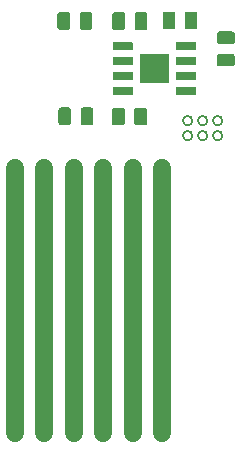
<source format=gts>
G04 #@! TF.GenerationSoftware,KiCad,Pcbnew,(5.1.0)-1*
G04 #@! TF.CreationDate,2019-11-14T11:54:30+01:00*
G04 #@! TF.ProjectId,perpendicular_pcb,70657270-656e-4646-9963-756c61725f70,rev?*
G04 #@! TF.SameCoordinates,Original*
G04 #@! TF.FileFunction,Soldermask,Top*
G04 #@! TF.FilePolarity,Negative*
%FSLAX46Y46*%
G04 Gerber Fmt 4.6, Leading zero omitted, Abs format (unit mm)*
G04 Created by KiCad (PCBNEW (5.1.0)-1) date 2019-11-14 11:54:30*
%MOMM*%
%LPD*%
G04 APERTURE LIST*
%ADD10C,0.200000*%
%ADD11C,1.500000*%
%ADD12C,0.100000*%
G04 APERTURE END LIST*
D10*
X159085000Y-93290000D02*
G75*
G03X159085000Y-93290000I-400000J0D01*
G01*
X157815000Y-93290000D02*
G75*
G03X157815000Y-93290000I-400000J0D01*
G01*
X156545000Y-93290000D02*
G75*
G03X156545000Y-93290000I-400000J0D01*
G01*
X156545000Y-92020000D02*
G75*
G03X156545000Y-92020000I-400000J0D01*
G01*
X157815000Y-92020000D02*
G75*
G03X157815000Y-92020000I-400000J0D01*
G01*
X159085000Y-92020000D02*
G75*
G03X159085000Y-92020000I-400000J0D01*
G01*
D11*
X154000000Y-96000000D02*
X154000000Y-118500000D01*
X151500000Y-96000000D02*
X151500000Y-118500000D01*
X149000000Y-96000000D02*
X149000000Y-118500000D01*
X146500000Y-96000000D02*
X146500000Y-118500000D01*
X144000000Y-96000000D02*
X144000000Y-118500000D01*
X141500000Y-96000000D02*
X141500000Y-118500000D01*
D12*
G36*
X152536968Y-90923565D02*
G01*
X152575638Y-90935296D01*
X152611277Y-90954346D01*
X152642517Y-90979983D01*
X152668154Y-91011223D01*
X152687204Y-91046862D01*
X152698935Y-91085532D01*
X152703500Y-91131888D01*
X152703500Y-92208112D01*
X152698935Y-92254468D01*
X152687204Y-92293138D01*
X152668154Y-92328777D01*
X152642517Y-92360017D01*
X152611277Y-92385654D01*
X152575638Y-92404704D01*
X152536968Y-92416435D01*
X152490612Y-92421000D01*
X151839388Y-92421000D01*
X151793032Y-92416435D01*
X151754362Y-92404704D01*
X151718723Y-92385654D01*
X151687483Y-92360017D01*
X151661846Y-92328777D01*
X151642796Y-92293138D01*
X151631065Y-92254468D01*
X151626500Y-92208112D01*
X151626500Y-91131888D01*
X151631065Y-91085532D01*
X151642796Y-91046862D01*
X151661846Y-91011223D01*
X151687483Y-90979983D01*
X151718723Y-90954346D01*
X151754362Y-90935296D01*
X151793032Y-90923565D01*
X151839388Y-90919000D01*
X152490612Y-90919000D01*
X152536968Y-90923565D01*
X152536968Y-90923565D01*
G37*
G36*
X150661968Y-90923565D02*
G01*
X150700638Y-90935296D01*
X150736277Y-90954346D01*
X150767517Y-90979983D01*
X150793154Y-91011223D01*
X150812204Y-91046862D01*
X150823935Y-91085532D01*
X150828500Y-91131888D01*
X150828500Y-92208112D01*
X150823935Y-92254468D01*
X150812204Y-92293138D01*
X150793154Y-92328777D01*
X150767517Y-92360017D01*
X150736277Y-92385654D01*
X150700638Y-92404704D01*
X150661968Y-92416435D01*
X150615612Y-92421000D01*
X149964388Y-92421000D01*
X149918032Y-92416435D01*
X149879362Y-92404704D01*
X149843723Y-92385654D01*
X149812483Y-92360017D01*
X149786846Y-92328777D01*
X149767796Y-92293138D01*
X149756065Y-92254468D01*
X149751500Y-92208112D01*
X149751500Y-91131888D01*
X149756065Y-91085532D01*
X149767796Y-91046862D01*
X149786846Y-91011223D01*
X149812483Y-90979983D01*
X149843723Y-90954346D01*
X149879362Y-90935296D01*
X149918032Y-90923565D01*
X149964388Y-90919000D01*
X150615612Y-90919000D01*
X150661968Y-90923565D01*
X150661968Y-90923565D01*
G37*
G36*
X148001968Y-90913565D02*
G01*
X148040638Y-90925296D01*
X148076277Y-90944346D01*
X148107517Y-90969983D01*
X148133154Y-91001223D01*
X148152204Y-91036862D01*
X148163935Y-91075532D01*
X148168500Y-91121888D01*
X148168500Y-92198112D01*
X148163935Y-92244468D01*
X148152204Y-92283138D01*
X148133154Y-92318777D01*
X148107517Y-92350017D01*
X148076277Y-92375654D01*
X148040638Y-92394704D01*
X148001968Y-92406435D01*
X147955612Y-92411000D01*
X147304388Y-92411000D01*
X147258032Y-92406435D01*
X147219362Y-92394704D01*
X147183723Y-92375654D01*
X147152483Y-92350017D01*
X147126846Y-92318777D01*
X147107796Y-92283138D01*
X147096065Y-92244468D01*
X147091500Y-92198112D01*
X147091500Y-91121888D01*
X147096065Y-91075532D01*
X147107796Y-91036862D01*
X147126846Y-91001223D01*
X147152483Y-90969983D01*
X147183723Y-90944346D01*
X147219362Y-90925296D01*
X147258032Y-90913565D01*
X147304388Y-90909000D01*
X147955612Y-90909000D01*
X148001968Y-90913565D01*
X148001968Y-90913565D01*
G37*
G36*
X146126968Y-90913565D02*
G01*
X146165638Y-90925296D01*
X146201277Y-90944346D01*
X146232517Y-90969983D01*
X146258154Y-91001223D01*
X146277204Y-91036862D01*
X146288935Y-91075532D01*
X146293500Y-91121888D01*
X146293500Y-92198112D01*
X146288935Y-92244468D01*
X146277204Y-92283138D01*
X146258154Y-92318777D01*
X146232517Y-92350017D01*
X146201277Y-92375654D01*
X146165638Y-92394704D01*
X146126968Y-92406435D01*
X146080612Y-92411000D01*
X145429388Y-92411000D01*
X145383032Y-92406435D01*
X145344362Y-92394704D01*
X145308723Y-92375654D01*
X145277483Y-92350017D01*
X145251846Y-92318777D01*
X145232796Y-92283138D01*
X145221065Y-92244468D01*
X145216500Y-92198112D01*
X145216500Y-91121888D01*
X145221065Y-91075532D01*
X145232796Y-91036862D01*
X145251846Y-91001223D01*
X145277483Y-90969983D01*
X145308723Y-90944346D01*
X145344362Y-90925296D01*
X145383032Y-90913565D01*
X145429388Y-90909000D01*
X146080612Y-90909000D01*
X146126968Y-90913565D01*
X146126968Y-90913565D01*
G37*
G36*
X156855100Y-89827700D02*
G01*
X155152900Y-89827700D01*
X155152900Y-89192300D01*
X156855100Y-89192300D01*
X156855100Y-89827700D01*
X156855100Y-89827700D01*
G37*
G36*
X151521100Y-89827700D02*
G01*
X149818900Y-89827700D01*
X149818900Y-89192300D01*
X151521100Y-89192300D01*
X151521100Y-89827700D01*
X151521100Y-89827700D01*
G37*
G36*
X154531000Y-88799000D02*
G01*
X152143000Y-88799000D01*
X152143000Y-86411000D01*
X154531000Y-86411000D01*
X154531000Y-88799000D01*
X154531000Y-88799000D01*
G37*
G36*
X156855100Y-88557700D02*
G01*
X155152900Y-88557700D01*
X155152900Y-87922300D01*
X156855100Y-87922300D01*
X156855100Y-88557700D01*
X156855100Y-88557700D01*
G37*
G36*
X151521100Y-88557700D02*
G01*
X149818900Y-88557700D01*
X149818900Y-87922300D01*
X151521100Y-87922300D01*
X151521100Y-88557700D01*
X151521100Y-88557700D01*
G37*
G36*
X159964468Y-86353565D02*
G01*
X160003138Y-86365296D01*
X160038777Y-86384346D01*
X160070017Y-86409983D01*
X160095654Y-86441223D01*
X160114704Y-86476862D01*
X160126435Y-86515532D01*
X160131000Y-86561888D01*
X160131000Y-87213112D01*
X160126435Y-87259468D01*
X160114704Y-87298138D01*
X160095654Y-87333777D01*
X160070017Y-87365017D01*
X160038777Y-87390654D01*
X160003138Y-87409704D01*
X159964468Y-87421435D01*
X159918112Y-87426000D01*
X158841888Y-87426000D01*
X158795532Y-87421435D01*
X158756862Y-87409704D01*
X158721223Y-87390654D01*
X158689983Y-87365017D01*
X158664346Y-87333777D01*
X158645296Y-87298138D01*
X158633565Y-87259468D01*
X158629000Y-87213112D01*
X158629000Y-86561888D01*
X158633565Y-86515532D01*
X158645296Y-86476862D01*
X158664346Y-86441223D01*
X158689983Y-86409983D01*
X158721223Y-86384346D01*
X158756862Y-86365296D01*
X158795532Y-86353565D01*
X158841888Y-86349000D01*
X159918112Y-86349000D01*
X159964468Y-86353565D01*
X159964468Y-86353565D01*
G37*
G36*
X156855100Y-87287700D02*
G01*
X155152900Y-87287700D01*
X155152900Y-86652300D01*
X156855100Y-86652300D01*
X156855100Y-87287700D01*
X156855100Y-87287700D01*
G37*
G36*
X151521100Y-87287700D02*
G01*
X149818900Y-87287700D01*
X149818900Y-86652300D01*
X151521100Y-86652300D01*
X151521100Y-87287700D01*
X151521100Y-87287700D01*
G37*
G36*
X151443427Y-85384744D02*
G01*
X151461391Y-85390193D01*
X151477944Y-85399041D01*
X151492452Y-85410948D01*
X151504359Y-85425456D01*
X151513207Y-85442009D01*
X151518656Y-85459973D01*
X151521100Y-85484790D01*
X151521100Y-85915210D01*
X151518656Y-85940027D01*
X151513207Y-85957991D01*
X151504359Y-85974544D01*
X151492452Y-85989052D01*
X151477944Y-86000959D01*
X151461391Y-86009807D01*
X151443427Y-86015256D01*
X151418610Y-86017700D01*
X149921390Y-86017700D01*
X149896573Y-86015256D01*
X149878609Y-86009807D01*
X149862056Y-86000959D01*
X149847548Y-85989052D01*
X149835641Y-85974544D01*
X149826793Y-85957991D01*
X149821344Y-85940027D01*
X149818900Y-85915210D01*
X149818900Y-85484790D01*
X149821344Y-85459973D01*
X149826793Y-85442009D01*
X149835641Y-85425456D01*
X149847548Y-85410948D01*
X149862056Y-85399041D01*
X149878609Y-85390193D01*
X149896573Y-85384744D01*
X149921390Y-85382300D01*
X151418610Y-85382300D01*
X151443427Y-85384744D01*
X151443427Y-85384744D01*
G37*
G36*
X156855100Y-86017700D02*
G01*
X155152900Y-86017700D01*
X155152900Y-85382300D01*
X156855100Y-85382300D01*
X156855100Y-86017700D01*
X156855100Y-86017700D01*
G37*
G36*
X159964468Y-84478565D02*
G01*
X160003138Y-84490296D01*
X160038777Y-84509346D01*
X160070017Y-84534983D01*
X160095654Y-84566223D01*
X160114704Y-84601862D01*
X160126435Y-84640532D01*
X160131000Y-84686888D01*
X160131000Y-85338112D01*
X160126435Y-85384468D01*
X160114704Y-85423138D01*
X160095654Y-85458777D01*
X160070017Y-85490017D01*
X160038777Y-85515654D01*
X160003138Y-85534704D01*
X159964468Y-85546435D01*
X159918112Y-85551000D01*
X158841888Y-85551000D01*
X158795532Y-85546435D01*
X158756862Y-85534704D01*
X158721223Y-85515654D01*
X158689983Y-85490017D01*
X158664346Y-85458777D01*
X158645296Y-85423138D01*
X158633565Y-85384468D01*
X158629000Y-85338112D01*
X158629000Y-84686888D01*
X158633565Y-84640532D01*
X158645296Y-84601862D01*
X158664346Y-84566223D01*
X158689983Y-84534983D01*
X158721223Y-84509346D01*
X158756862Y-84490296D01*
X158795532Y-84478565D01*
X158841888Y-84474000D01*
X159918112Y-84474000D01*
X159964468Y-84478565D01*
X159964468Y-84478565D01*
G37*
G36*
X150686968Y-82853565D02*
G01*
X150725638Y-82865296D01*
X150761277Y-82884346D01*
X150792517Y-82909983D01*
X150818154Y-82941223D01*
X150837204Y-82976862D01*
X150848935Y-83015532D01*
X150853500Y-83061888D01*
X150853500Y-84138112D01*
X150848935Y-84184468D01*
X150837204Y-84223138D01*
X150818154Y-84258777D01*
X150792517Y-84290017D01*
X150761277Y-84315654D01*
X150725638Y-84334704D01*
X150686968Y-84346435D01*
X150640612Y-84351000D01*
X149989388Y-84351000D01*
X149943032Y-84346435D01*
X149904362Y-84334704D01*
X149868723Y-84315654D01*
X149837483Y-84290017D01*
X149811846Y-84258777D01*
X149792796Y-84223138D01*
X149781065Y-84184468D01*
X149776500Y-84138112D01*
X149776500Y-83061888D01*
X149781065Y-83015532D01*
X149792796Y-82976862D01*
X149811846Y-82941223D01*
X149837483Y-82909983D01*
X149868723Y-82884346D01*
X149904362Y-82865296D01*
X149943032Y-82853565D01*
X149989388Y-82849000D01*
X150640612Y-82849000D01*
X150686968Y-82853565D01*
X150686968Y-82853565D01*
G37*
G36*
X152561968Y-82853565D02*
G01*
X152600638Y-82865296D01*
X152636277Y-82884346D01*
X152667517Y-82909983D01*
X152693154Y-82941223D01*
X152712204Y-82976862D01*
X152723935Y-83015532D01*
X152728500Y-83061888D01*
X152728500Y-84138112D01*
X152723935Y-84184468D01*
X152712204Y-84223138D01*
X152693154Y-84258777D01*
X152667517Y-84290017D01*
X152636277Y-84315654D01*
X152600638Y-84334704D01*
X152561968Y-84346435D01*
X152515612Y-84351000D01*
X151864388Y-84351000D01*
X151818032Y-84346435D01*
X151779362Y-84334704D01*
X151743723Y-84315654D01*
X151712483Y-84290017D01*
X151686846Y-84258777D01*
X151667796Y-84223138D01*
X151656065Y-84184468D01*
X151651500Y-84138112D01*
X151651500Y-83061888D01*
X151656065Y-83015532D01*
X151667796Y-82976862D01*
X151686846Y-82941223D01*
X151712483Y-82909983D01*
X151743723Y-82884346D01*
X151779362Y-82865296D01*
X151818032Y-82853565D01*
X151864388Y-82849000D01*
X152515612Y-82849000D01*
X152561968Y-82853565D01*
X152561968Y-82853565D01*
G37*
G36*
X147911968Y-82823565D02*
G01*
X147950638Y-82835296D01*
X147986277Y-82854346D01*
X148017517Y-82879983D01*
X148043154Y-82911223D01*
X148062204Y-82946862D01*
X148073935Y-82985532D01*
X148078500Y-83031888D01*
X148078500Y-84108112D01*
X148073935Y-84154468D01*
X148062204Y-84193138D01*
X148043154Y-84228777D01*
X148017517Y-84260017D01*
X147986277Y-84285654D01*
X147950638Y-84304704D01*
X147911968Y-84316435D01*
X147865612Y-84321000D01*
X147214388Y-84321000D01*
X147168032Y-84316435D01*
X147129362Y-84304704D01*
X147093723Y-84285654D01*
X147062483Y-84260017D01*
X147036846Y-84228777D01*
X147017796Y-84193138D01*
X147006065Y-84154468D01*
X147001500Y-84108112D01*
X147001500Y-83031888D01*
X147006065Y-82985532D01*
X147017796Y-82946862D01*
X147036846Y-82911223D01*
X147062483Y-82879983D01*
X147093723Y-82854346D01*
X147129362Y-82835296D01*
X147168032Y-82823565D01*
X147214388Y-82819000D01*
X147865612Y-82819000D01*
X147911968Y-82823565D01*
X147911968Y-82823565D01*
G37*
G36*
X146036968Y-82823565D02*
G01*
X146075638Y-82835296D01*
X146111277Y-82854346D01*
X146142517Y-82879983D01*
X146168154Y-82911223D01*
X146187204Y-82946862D01*
X146198935Y-82985532D01*
X146203500Y-83031888D01*
X146203500Y-84108112D01*
X146198935Y-84154468D01*
X146187204Y-84193138D01*
X146168154Y-84228777D01*
X146142517Y-84260017D01*
X146111277Y-84285654D01*
X146075638Y-84304704D01*
X146036968Y-84316435D01*
X145990612Y-84321000D01*
X145339388Y-84321000D01*
X145293032Y-84316435D01*
X145254362Y-84304704D01*
X145218723Y-84285654D01*
X145187483Y-84260017D01*
X145161846Y-84228777D01*
X145142796Y-84193138D01*
X145131065Y-84154468D01*
X145126500Y-84108112D01*
X145126500Y-83031888D01*
X145131065Y-82985532D01*
X145142796Y-82946862D01*
X145161846Y-82911223D01*
X145187483Y-82879983D01*
X145218723Y-82854346D01*
X145254362Y-82835296D01*
X145293032Y-82823565D01*
X145339388Y-82819000D01*
X145990612Y-82819000D01*
X146036968Y-82823565D01*
X146036968Y-82823565D01*
G37*
G36*
X154941968Y-82793565D02*
G01*
X154980638Y-82805296D01*
X155016277Y-82824346D01*
X155047517Y-82849983D01*
X155073154Y-82881223D01*
X155092204Y-82916862D01*
X155103935Y-82955532D01*
X155108500Y-83001888D01*
X155108500Y-84078112D01*
X155103935Y-84124468D01*
X155092204Y-84163138D01*
X155073154Y-84198777D01*
X155047517Y-84230017D01*
X155016277Y-84255654D01*
X154980638Y-84274704D01*
X154941968Y-84286435D01*
X154895612Y-84291000D01*
X154244388Y-84291000D01*
X154198032Y-84286435D01*
X154159362Y-84274704D01*
X154123723Y-84255654D01*
X154092483Y-84230017D01*
X154066846Y-84198777D01*
X154047796Y-84163138D01*
X154036065Y-84124468D01*
X154031500Y-84078112D01*
X154031500Y-83001888D01*
X154036065Y-82955532D01*
X154047796Y-82916862D01*
X154066846Y-82881223D01*
X154092483Y-82849983D01*
X154123723Y-82824346D01*
X154159362Y-82805296D01*
X154198032Y-82793565D01*
X154244388Y-82789000D01*
X154895612Y-82789000D01*
X154941968Y-82793565D01*
X154941968Y-82793565D01*
G37*
G36*
X156816968Y-82793565D02*
G01*
X156855638Y-82805296D01*
X156891277Y-82824346D01*
X156922517Y-82849983D01*
X156948154Y-82881223D01*
X156967204Y-82916862D01*
X156978935Y-82955532D01*
X156983500Y-83001888D01*
X156983500Y-84078112D01*
X156978935Y-84124468D01*
X156967204Y-84163138D01*
X156948154Y-84198777D01*
X156922517Y-84230017D01*
X156891277Y-84255654D01*
X156855638Y-84274704D01*
X156816968Y-84286435D01*
X156770612Y-84291000D01*
X156119388Y-84291000D01*
X156073032Y-84286435D01*
X156034362Y-84274704D01*
X155998723Y-84255654D01*
X155967483Y-84230017D01*
X155941846Y-84198777D01*
X155922796Y-84163138D01*
X155911065Y-84124468D01*
X155906500Y-84078112D01*
X155906500Y-83001888D01*
X155911065Y-82955532D01*
X155922796Y-82916862D01*
X155941846Y-82881223D01*
X155967483Y-82849983D01*
X155998723Y-82824346D01*
X156034362Y-82805296D01*
X156073032Y-82793565D01*
X156119388Y-82789000D01*
X156770612Y-82789000D01*
X156816968Y-82793565D01*
X156816968Y-82793565D01*
G37*
M02*

</source>
